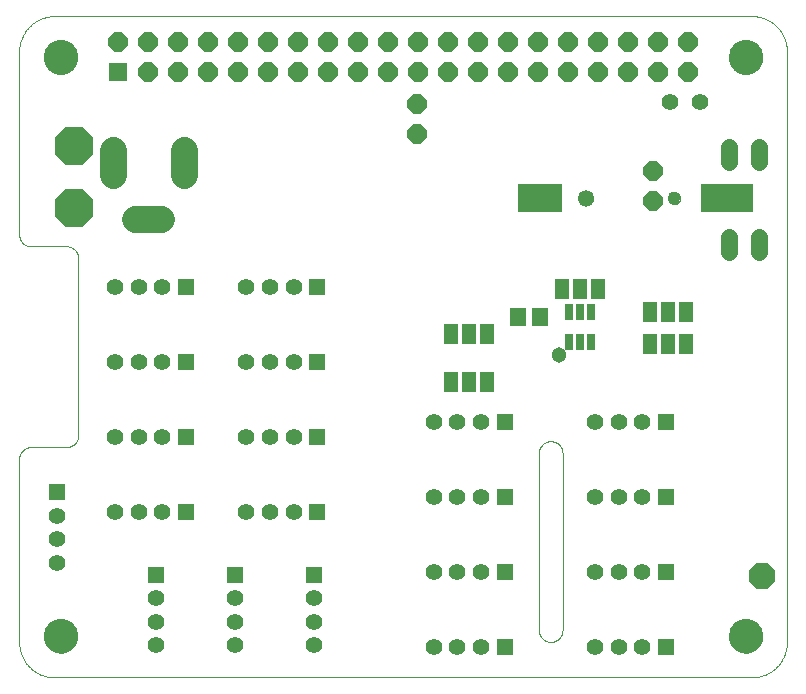
<source format=gbs>
G75*
%MOIN*%
%OFA0B0*%
%FSLAX25Y25*%
%IPPOS*%
%LPD*%
%AMOC8*
5,1,8,0,0,1.08239X$1,22.5*
%
%ADD10C,0.00000*%
%ADD11C,0.11424*%
%ADD12R,0.06400X0.06400*%
%ADD13OC8,0.06400*%
%ADD14C,0.05600*%
%ADD15C,0.09000*%
%ADD16C,0.05600*%
%ADD17OC8,0.08900*%
%ADD18OC8,0.12900*%
%ADD19R,0.05000X0.06700*%
%ADD20R,0.17329X0.09455*%
%ADD21R,0.14809X0.09455*%
%ADD22C,0.04337*%
%ADD23C,0.05321*%
%ADD24R,0.02900X0.05400*%
%ADD25R,0.05518X0.06306*%
%ADD26C,0.05124*%
%ADD27R,0.05550X0.05550*%
%ADD28C,0.05550*%
D10*
X0005500Y0014811D02*
X0005500Y0075835D01*
X0005502Y0075959D01*
X0005508Y0076082D01*
X0005517Y0076206D01*
X0005531Y0076328D01*
X0005548Y0076451D01*
X0005570Y0076573D01*
X0005595Y0076694D01*
X0005624Y0076814D01*
X0005656Y0076933D01*
X0005693Y0077052D01*
X0005733Y0077169D01*
X0005776Y0077284D01*
X0005824Y0077399D01*
X0005875Y0077511D01*
X0005929Y0077622D01*
X0005987Y0077732D01*
X0006048Y0077839D01*
X0006113Y0077945D01*
X0006181Y0078048D01*
X0006252Y0078149D01*
X0006326Y0078248D01*
X0006403Y0078345D01*
X0006484Y0078439D01*
X0006567Y0078530D01*
X0006653Y0078619D01*
X0006742Y0078705D01*
X0006833Y0078788D01*
X0006927Y0078869D01*
X0007024Y0078946D01*
X0007123Y0079020D01*
X0007224Y0079091D01*
X0007327Y0079159D01*
X0007433Y0079224D01*
X0007540Y0079285D01*
X0007650Y0079343D01*
X0007761Y0079397D01*
X0007873Y0079448D01*
X0007988Y0079496D01*
X0008103Y0079539D01*
X0008220Y0079579D01*
X0008339Y0079616D01*
X0008458Y0079648D01*
X0008578Y0079677D01*
X0008699Y0079702D01*
X0008821Y0079724D01*
X0008944Y0079741D01*
X0009066Y0079755D01*
X0009190Y0079764D01*
X0009313Y0079770D01*
X0009437Y0079772D01*
X0021248Y0079772D01*
X0021372Y0079774D01*
X0021495Y0079780D01*
X0021619Y0079789D01*
X0021741Y0079803D01*
X0021864Y0079820D01*
X0021986Y0079842D01*
X0022107Y0079867D01*
X0022227Y0079896D01*
X0022346Y0079928D01*
X0022465Y0079965D01*
X0022582Y0080005D01*
X0022697Y0080048D01*
X0022812Y0080096D01*
X0022924Y0080147D01*
X0023035Y0080201D01*
X0023145Y0080259D01*
X0023252Y0080320D01*
X0023358Y0080385D01*
X0023461Y0080453D01*
X0023562Y0080524D01*
X0023661Y0080598D01*
X0023758Y0080675D01*
X0023852Y0080756D01*
X0023943Y0080839D01*
X0024032Y0080925D01*
X0024118Y0081014D01*
X0024201Y0081105D01*
X0024282Y0081199D01*
X0024359Y0081296D01*
X0024433Y0081395D01*
X0024504Y0081496D01*
X0024572Y0081599D01*
X0024637Y0081705D01*
X0024698Y0081812D01*
X0024756Y0081922D01*
X0024810Y0082033D01*
X0024861Y0082145D01*
X0024909Y0082260D01*
X0024952Y0082375D01*
X0024992Y0082492D01*
X0025029Y0082611D01*
X0025061Y0082730D01*
X0025090Y0082850D01*
X0025115Y0082971D01*
X0025137Y0083093D01*
X0025154Y0083216D01*
X0025168Y0083338D01*
X0025177Y0083462D01*
X0025183Y0083585D01*
X0025185Y0083709D01*
X0025185Y0142764D01*
X0025183Y0142888D01*
X0025177Y0143011D01*
X0025168Y0143135D01*
X0025154Y0143257D01*
X0025137Y0143380D01*
X0025115Y0143502D01*
X0025090Y0143623D01*
X0025061Y0143743D01*
X0025029Y0143862D01*
X0024992Y0143981D01*
X0024952Y0144098D01*
X0024909Y0144213D01*
X0024861Y0144328D01*
X0024810Y0144440D01*
X0024756Y0144551D01*
X0024698Y0144661D01*
X0024637Y0144768D01*
X0024572Y0144874D01*
X0024504Y0144977D01*
X0024433Y0145078D01*
X0024359Y0145177D01*
X0024282Y0145274D01*
X0024201Y0145368D01*
X0024118Y0145459D01*
X0024032Y0145548D01*
X0023943Y0145634D01*
X0023852Y0145717D01*
X0023758Y0145798D01*
X0023661Y0145875D01*
X0023562Y0145949D01*
X0023461Y0146020D01*
X0023358Y0146088D01*
X0023252Y0146153D01*
X0023145Y0146214D01*
X0023035Y0146272D01*
X0022924Y0146326D01*
X0022812Y0146377D01*
X0022697Y0146425D01*
X0022582Y0146468D01*
X0022465Y0146508D01*
X0022346Y0146545D01*
X0022227Y0146577D01*
X0022107Y0146606D01*
X0021986Y0146631D01*
X0021864Y0146653D01*
X0021741Y0146670D01*
X0021619Y0146684D01*
X0021495Y0146693D01*
X0021372Y0146699D01*
X0021248Y0146701D01*
X0009437Y0146701D01*
X0009313Y0146703D01*
X0009190Y0146709D01*
X0009066Y0146718D01*
X0008944Y0146732D01*
X0008821Y0146749D01*
X0008699Y0146771D01*
X0008578Y0146796D01*
X0008458Y0146825D01*
X0008339Y0146857D01*
X0008220Y0146894D01*
X0008103Y0146934D01*
X0007988Y0146977D01*
X0007873Y0147025D01*
X0007761Y0147076D01*
X0007650Y0147130D01*
X0007540Y0147188D01*
X0007433Y0147249D01*
X0007327Y0147314D01*
X0007224Y0147382D01*
X0007123Y0147453D01*
X0007024Y0147527D01*
X0006927Y0147604D01*
X0006833Y0147685D01*
X0006742Y0147768D01*
X0006653Y0147854D01*
X0006567Y0147943D01*
X0006484Y0148034D01*
X0006403Y0148128D01*
X0006326Y0148225D01*
X0006252Y0148324D01*
X0006181Y0148425D01*
X0006113Y0148528D01*
X0006048Y0148634D01*
X0005987Y0148741D01*
X0005929Y0148851D01*
X0005875Y0148962D01*
X0005824Y0149074D01*
X0005776Y0149189D01*
X0005733Y0149304D01*
X0005693Y0149421D01*
X0005656Y0149540D01*
X0005624Y0149659D01*
X0005595Y0149779D01*
X0005570Y0149900D01*
X0005548Y0150022D01*
X0005531Y0150145D01*
X0005517Y0150267D01*
X0005508Y0150391D01*
X0005502Y0150514D01*
X0005500Y0150638D01*
X0005500Y0211661D01*
X0005503Y0211946D01*
X0005514Y0212232D01*
X0005531Y0212517D01*
X0005555Y0212801D01*
X0005586Y0213085D01*
X0005624Y0213368D01*
X0005669Y0213649D01*
X0005720Y0213930D01*
X0005778Y0214210D01*
X0005843Y0214488D01*
X0005915Y0214764D01*
X0005993Y0215038D01*
X0006078Y0215311D01*
X0006170Y0215581D01*
X0006268Y0215849D01*
X0006372Y0216115D01*
X0006483Y0216378D01*
X0006600Y0216638D01*
X0006723Y0216896D01*
X0006853Y0217150D01*
X0006989Y0217401D01*
X0007130Y0217649D01*
X0007278Y0217893D01*
X0007431Y0218134D01*
X0007591Y0218370D01*
X0007756Y0218603D01*
X0007926Y0218832D01*
X0008102Y0219057D01*
X0008284Y0219277D01*
X0008470Y0219493D01*
X0008662Y0219704D01*
X0008859Y0219911D01*
X0009061Y0220113D01*
X0009268Y0220310D01*
X0009479Y0220502D01*
X0009695Y0220688D01*
X0009915Y0220870D01*
X0010140Y0221046D01*
X0010369Y0221216D01*
X0010602Y0221381D01*
X0010838Y0221541D01*
X0011079Y0221694D01*
X0011323Y0221842D01*
X0011571Y0221983D01*
X0011822Y0222119D01*
X0012076Y0222249D01*
X0012334Y0222372D01*
X0012594Y0222489D01*
X0012857Y0222600D01*
X0013123Y0222704D01*
X0013391Y0222802D01*
X0013661Y0222894D01*
X0013934Y0222979D01*
X0014208Y0223057D01*
X0014484Y0223129D01*
X0014762Y0223194D01*
X0015042Y0223252D01*
X0015323Y0223303D01*
X0015604Y0223348D01*
X0015887Y0223386D01*
X0016171Y0223417D01*
X0016455Y0223441D01*
X0016740Y0223458D01*
X0017026Y0223469D01*
X0017311Y0223472D01*
X0249594Y0223472D01*
X0249879Y0223469D01*
X0250165Y0223458D01*
X0250450Y0223441D01*
X0250734Y0223417D01*
X0251018Y0223386D01*
X0251301Y0223348D01*
X0251582Y0223303D01*
X0251863Y0223252D01*
X0252143Y0223194D01*
X0252421Y0223129D01*
X0252697Y0223057D01*
X0252971Y0222979D01*
X0253244Y0222894D01*
X0253514Y0222802D01*
X0253782Y0222704D01*
X0254048Y0222600D01*
X0254311Y0222489D01*
X0254571Y0222372D01*
X0254829Y0222249D01*
X0255083Y0222119D01*
X0255334Y0221983D01*
X0255582Y0221842D01*
X0255826Y0221694D01*
X0256067Y0221541D01*
X0256303Y0221381D01*
X0256536Y0221216D01*
X0256765Y0221046D01*
X0256990Y0220870D01*
X0257210Y0220688D01*
X0257426Y0220502D01*
X0257637Y0220310D01*
X0257844Y0220113D01*
X0258046Y0219911D01*
X0258243Y0219704D01*
X0258435Y0219493D01*
X0258621Y0219277D01*
X0258803Y0219057D01*
X0258979Y0218832D01*
X0259149Y0218603D01*
X0259314Y0218370D01*
X0259474Y0218134D01*
X0259627Y0217893D01*
X0259775Y0217649D01*
X0259916Y0217401D01*
X0260052Y0217150D01*
X0260182Y0216896D01*
X0260305Y0216638D01*
X0260422Y0216378D01*
X0260533Y0216115D01*
X0260637Y0215849D01*
X0260735Y0215581D01*
X0260827Y0215311D01*
X0260912Y0215038D01*
X0260990Y0214764D01*
X0261062Y0214488D01*
X0261127Y0214210D01*
X0261185Y0213930D01*
X0261236Y0213649D01*
X0261281Y0213368D01*
X0261319Y0213085D01*
X0261350Y0212801D01*
X0261374Y0212517D01*
X0261391Y0212232D01*
X0261402Y0211946D01*
X0261405Y0211661D01*
X0261406Y0211661D02*
X0261406Y0014811D01*
X0261405Y0014811D02*
X0261402Y0014526D01*
X0261391Y0014240D01*
X0261374Y0013955D01*
X0261350Y0013671D01*
X0261319Y0013387D01*
X0261281Y0013104D01*
X0261236Y0012823D01*
X0261185Y0012542D01*
X0261127Y0012262D01*
X0261062Y0011984D01*
X0260990Y0011708D01*
X0260912Y0011434D01*
X0260827Y0011161D01*
X0260735Y0010891D01*
X0260637Y0010623D01*
X0260533Y0010357D01*
X0260422Y0010094D01*
X0260305Y0009834D01*
X0260182Y0009576D01*
X0260052Y0009322D01*
X0259916Y0009071D01*
X0259775Y0008823D01*
X0259627Y0008579D01*
X0259474Y0008338D01*
X0259314Y0008102D01*
X0259149Y0007869D01*
X0258979Y0007640D01*
X0258803Y0007415D01*
X0258621Y0007195D01*
X0258435Y0006979D01*
X0258243Y0006768D01*
X0258046Y0006561D01*
X0257844Y0006359D01*
X0257637Y0006162D01*
X0257426Y0005970D01*
X0257210Y0005784D01*
X0256990Y0005602D01*
X0256765Y0005426D01*
X0256536Y0005256D01*
X0256303Y0005091D01*
X0256067Y0004931D01*
X0255826Y0004778D01*
X0255582Y0004630D01*
X0255334Y0004489D01*
X0255083Y0004353D01*
X0254829Y0004223D01*
X0254571Y0004100D01*
X0254311Y0003983D01*
X0254048Y0003872D01*
X0253782Y0003768D01*
X0253514Y0003670D01*
X0253244Y0003578D01*
X0252971Y0003493D01*
X0252697Y0003415D01*
X0252421Y0003343D01*
X0252143Y0003278D01*
X0251863Y0003220D01*
X0251582Y0003169D01*
X0251301Y0003124D01*
X0251018Y0003086D01*
X0250734Y0003055D01*
X0250450Y0003031D01*
X0250165Y0003014D01*
X0249879Y0003003D01*
X0249594Y0003000D01*
X0017311Y0003000D01*
X0017026Y0003003D01*
X0016740Y0003014D01*
X0016455Y0003031D01*
X0016171Y0003055D01*
X0015887Y0003086D01*
X0015604Y0003124D01*
X0015323Y0003169D01*
X0015042Y0003220D01*
X0014762Y0003278D01*
X0014484Y0003343D01*
X0014208Y0003415D01*
X0013934Y0003493D01*
X0013661Y0003578D01*
X0013391Y0003670D01*
X0013123Y0003768D01*
X0012857Y0003872D01*
X0012594Y0003983D01*
X0012334Y0004100D01*
X0012076Y0004223D01*
X0011822Y0004353D01*
X0011571Y0004489D01*
X0011323Y0004630D01*
X0011079Y0004778D01*
X0010838Y0004931D01*
X0010602Y0005091D01*
X0010369Y0005256D01*
X0010140Y0005426D01*
X0009915Y0005602D01*
X0009695Y0005784D01*
X0009479Y0005970D01*
X0009268Y0006162D01*
X0009061Y0006359D01*
X0008859Y0006561D01*
X0008662Y0006768D01*
X0008470Y0006979D01*
X0008284Y0007195D01*
X0008102Y0007415D01*
X0007926Y0007640D01*
X0007756Y0007869D01*
X0007591Y0008102D01*
X0007431Y0008338D01*
X0007278Y0008579D01*
X0007130Y0008823D01*
X0006989Y0009071D01*
X0006853Y0009322D01*
X0006723Y0009576D01*
X0006600Y0009834D01*
X0006483Y0010094D01*
X0006372Y0010357D01*
X0006268Y0010623D01*
X0006170Y0010891D01*
X0006078Y0011161D01*
X0005993Y0011434D01*
X0005915Y0011708D01*
X0005843Y0011984D01*
X0005778Y0012262D01*
X0005720Y0012542D01*
X0005669Y0012823D01*
X0005624Y0013104D01*
X0005586Y0013387D01*
X0005555Y0013671D01*
X0005531Y0013955D01*
X0005514Y0014240D01*
X0005503Y0014526D01*
X0005500Y0014811D01*
X0013768Y0016780D02*
X0013770Y0016928D01*
X0013776Y0017076D01*
X0013786Y0017224D01*
X0013800Y0017371D01*
X0013818Y0017518D01*
X0013839Y0017664D01*
X0013865Y0017810D01*
X0013895Y0017955D01*
X0013928Y0018099D01*
X0013966Y0018242D01*
X0014007Y0018384D01*
X0014052Y0018525D01*
X0014100Y0018665D01*
X0014153Y0018804D01*
X0014209Y0018941D01*
X0014269Y0019076D01*
X0014332Y0019210D01*
X0014399Y0019342D01*
X0014470Y0019472D01*
X0014544Y0019600D01*
X0014621Y0019726D01*
X0014702Y0019850D01*
X0014786Y0019972D01*
X0014873Y0020091D01*
X0014964Y0020208D01*
X0015058Y0020323D01*
X0015154Y0020435D01*
X0015254Y0020545D01*
X0015356Y0020651D01*
X0015462Y0020755D01*
X0015570Y0020856D01*
X0015681Y0020954D01*
X0015794Y0021050D01*
X0015910Y0021142D01*
X0016028Y0021231D01*
X0016149Y0021316D01*
X0016272Y0021399D01*
X0016397Y0021478D01*
X0016524Y0021554D01*
X0016653Y0021626D01*
X0016784Y0021695D01*
X0016917Y0021760D01*
X0017052Y0021821D01*
X0017188Y0021879D01*
X0017325Y0021934D01*
X0017464Y0021984D01*
X0017605Y0022031D01*
X0017746Y0022074D01*
X0017889Y0022114D01*
X0018033Y0022149D01*
X0018177Y0022181D01*
X0018323Y0022208D01*
X0018469Y0022232D01*
X0018616Y0022252D01*
X0018763Y0022268D01*
X0018910Y0022280D01*
X0019058Y0022288D01*
X0019206Y0022292D01*
X0019354Y0022292D01*
X0019502Y0022288D01*
X0019650Y0022280D01*
X0019797Y0022268D01*
X0019944Y0022252D01*
X0020091Y0022232D01*
X0020237Y0022208D01*
X0020383Y0022181D01*
X0020527Y0022149D01*
X0020671Y0022114D01*
X0020814Y0022074D01*
X0020955Y0022031D01*
X0021096Y0021984D01*
X0021235Y0021934D01*
X0021372Y0021879D01*
X0021508Y0021821D01*
X0021643Y0021760D01*
X0021776Y0021695D01*
X0021907Y0021626D01*
X0022036Y0021554D01*
X0022163Y0021478D01*
X0022288Y0021399D01*
X0022411Y0021316D01*
X0022532Y0021231D01*
X0022650Y0021142D01*
X0022766Y0021050D01*
X0022879Y0020954D01*
X0022990Y0020856D01*
X0023098Y0020755D01*
X0023204Y0020651D01*
X0023306Y0020545D01*
X0023406Y0020435D01*
X0023502Y0020323D01*
X0023596Y0020208D01*
X0023687Y0020091D01*
X0023774Y0019972D01*
X0023858Y0019850D01*
X0023939Y0019726D01*
X0024016Y0019600D01*
X0024090Y0019472D01*
X0024161Y0019342D01*
X0024228Y0019210D01*
X0024291Y0019076D01*
X0024351Y0018941D01*
X0024407Y0018804D01*
X0024460Y0018665D01*
X0024508Y0018525D01*
X0024553Y0018384D01*
X0024594Y0018242D01*
X0024632Y0018099D01*
X0024665Y0017955D01*
X0024695Y0017810D01*
X0024721Y0017664D01*
X0024742Y0017518D01*
X0024760Y0017371D01*
X0024774Y0017224D01*
X0024784Y0017076D01*
X0024790Y0016928D01*
X0024792Y0016780D01*
X0024790Y0016632D01*
X0024784Y0016484D01*
X0024774Y0016336D01*
X0024760Y0016189D01*
X0024742Y0016042D01*
X0024721Y0015896D01*
X0024695Y0015750D01*
X0024665Y0015605D01*
X0024632Y0015461D01*
X0024594Y0015318D01*
X0024553Y0015176D01*
X0024508Y0015035D01*
X0024460Y0014895D01*
X0024407Y0014756D01*
X0024351Y0014619D01*
X0024291Y0014484D01*
X0024228Y0014350D01*
X0024161Y0014218D01*
X0024090Y0014088D01*
X0024016Y0013960D01*
X0023939Y0013834D01*
X0023858Y0013710D01*
X0023774Y0013588D01*
X0023687Y0013469D01*
X0023596Y0013352D01*
X0023502Y0013237D01*
X0023406Y0013125D01*
X0023306Y0013015D01*
X0023204Y0012909D01*
X0023098Y0012805D01*
X0022990Y0012704D01*
X0022879Y0012606D01*
X0022766Y0012510D01*
X0022650Y0012418D01*
X0022532Y0012329D01*
X0022411Y0012244D01*
X0022288Y0012161D01*
X0022163Y0012082D01*
X0022036Y0012006D01*
X0021907Y0011934D01*
X0021776Y0011865D01*
X0021643Y0011800D01*
X0021508Y0011739D01*
X0021372Y0011681D01*
X0021235Y0011626D01*
X0021096Y0011576D01*
X0020955Y0011529D01*
X0020814Y0011486D01*
X0020671Y0011446D01*
X0020527Y0011411D01*
X0020383Y0011379D01*
X0020237Y0011352D01*
X0020091Y0011328D01*
X0019944Y0011308D01*
X0019797Y0011292D01*
X0019650Y0011280D01*
X0019502Y0011272D01*
X0019354Y0011268D01*
X0019206Y0011268D01*
X0019058Y0011272D01*
X0018910Y0011280D01*
X0018763Y0011292D01*
X0018616Y0011308D01*
X0018469Y0011328D01*
X0018323Y0011352D01*
X0018177Y0011379D01*
X0018033Y0011411D01*
X0017889Y0011446D01*
X0017746Y0011486D01*
X0017605Y0011529D01*
X0017464Y0011576D01*
X0017325Y0011626D01*
X0017188Y0011681D01*
X0017052Y0011739D01*
X0016917Y0011800D01*
X0016784Y0011865D01*
X0016653Y0011934D01*
X0016524Y0012006D01*
X0016397Y0012082D01*
X0016272Y0012161D01*
X0016149Y0012244D01*
X0016028Y0012329D01*
X0015910Y0012418D01*
X0015794Y0012510D01*
X0015681Y0012606D01*
X0015570Y0012704D01*
X0015462Y0012805D01*
X0015356Y0012909D01*
X0015254Y0013015D01*
X0015154Y0013125D01*
X0015058Y0013237D01*
X0014964Y0013352D01*
X0014873Y0013469D01*
X0014786Y0013588D01*
X0014702Y0013710D01*
X0014621Y0013834D01*
X0014544Y0013960D01*
X0014470Y0014088D01*
X0014399Y0014218D01*
X0014332Y0014350D01*
X0014269Y0014484D01*
X0014209Y0014619D01*
X0014153Y0014756D01*
X0014100Y0014895D01*
X0014052Y0015035D01*
X0014007Y0015176D01*
X0013966Y0015318D01*
X0013928Y0015461D01*
X0013895Y0015605D01*
X0013865Y0015750D01*
X0013839Y0015896D01*
X0013818Y0016042D01*
X0013800Y0016189D01*
X0013786Y0016336D01*
X0013776Y0016484D01*
X0013770Y0016632D01*
X0013768Y0016780D01*
X0178728Y0018787D02*
X0178728Y0077803D01*
X0178730Y0077927D01*
X0178736Y0078050D01*
X0178745Y0078174D01*
X0178759Y0078296D01*
X0178776Y0078419D01*
X0178798Y0078541D01*
X0178823Y0078662D01*
X0178852Y0078782D01*
X0178884Y0078901D01*
X0178921Y0079020D01*
X0178961Y0079137D01*
X0179004Y0079252D01*
X0179052Y0079367D01*
X0179103Y0079479D01*
X0179157Y0079590D01*
X0179215Y0079700D01*
X0179276Y0079807D01*
X0179341Y0079913D01*
X0179409Y0080016D01*
X0179480Y0080117D01*
X0179554Y0080216D01*
X0179631Y0080313D01*
X0179712Y0080407D01*
X0179795Y0080498D01*
X0179881Y0080587D01*
X0179970Y0080673D01*
X0180061Y0080756D01*
X0180155Y0080837D01*
X0180252Y0080914D01*
X0180351Y0080988D01*
X0180452Y0081059D01*
X0180555Y0081127D01*
X0180661Y0081192D01*
X0180768Y0081253D01*
X0180878Y0081311D01*
X0180989Y0081365D01*
X0181101Y0081416D01*
X0181216Y0081464D01*
X0181331Y0081507D01*
X0181448Y0081547D01*
X0181567Y0081584D01*
X0181686Y0081616D01*
X0181806Y0081645D01*
X0181927Y0081670D01*
X0182049Y0081692D01*
X0182172Y0081709D01*
X0182294Y0081723D01*
X0182418Y0081732D01*
X0182541Y0081738D01*
X0182665Y0081740D01*
X0182789Y0081738D01*
X0182912Y0081732D01*
X0183036Y0081723D01*
X0183158Y0081709D01*
X0183281Y0081692D01*
X0183403Y0081670D01*
X0183524Y0081645D01*
X0183644Y0081616D01*
X0183763Y0081584D01*
X0183882Y0081547D01*
X0183999Y0081507D01*
X0184114Y0081464D01*
X0184229Y0081416D01*
X0184341Y0081365D01*
X0184452Y0081311D01*
X0184562Y0081253D01*
X0184669Y0081192D01*
X0184775Y0081127D01*
X0184878Y0081059D01*
X0184979Y0080988D01*
X0185078Y0080914D01*
X0185175Y0080837D01*
X0185269Y0080756D01*
X0185360Y0080673D01*
X0185449Y0080587D01*
X0185535Y0080498D01*
X0185618Y0080407D01*
X0185699Y0080313D01*
X0185776Y0080216D01*
X0185850Y0080117D01*
X0185921Y0080016D01*
X0185989Y0079913D01*
X0186054Y0079807D01*
X0186115Y0079700D01*
X0186173Y0079590D01*
X0186227Y0079479D01*
X0186278Y0079367D01*
X0186326Y0079252D01*
X0186369Y0079137D01*
X0186409Y0079020D01*
X0186446Y0078901D01*
X0186478Y0078782D01*
X0186507Y0078662D01*
X0186532Y0078541D01*
X0186554Y0078419D01*
X0186571Y0078296D01*
X0186585Y0078174D01*
X0186594Y0078050D01*
X0186600Y0077927D01*
X0186602Y0077803D01*
X0186602Y0018787D01*
X0186600Y0018663D01*
X0186594Y0018540D01*
X0186585Y0018416D01*
X0186571Y0018294D01*
X0186554Y0018171D01*
X0186532Y0018049D01*
X0186507Y0017928D01*
X0186478Y0017808D01*
X0186446Y0017689D01*
X0186409Y0017570D01*
X0186369Y0017453D01*
X0186326Y0017338D01*
X0186278Y0017223D01*
X0186227Y0017111D01*
X0186173Y0017000D01*
X0186115Y0016890D01*
X0186054Y0016783D01*
X0185989Y0016677D01*
X0185921Y0016574D01*
X0185850Y0016473D01*
X0185776Y0016374D01*
X0185699Y0016277D01*
X0185618Y0016183D01*
X0185535Y0016092D01*
X0185449Y0016003D01*
X0185360Y0015917D01*
X0185269Y0015834D01*
X0185175Y0015753D01*
X0185078Y0015676D01*
X0184979Y0015602D01*
X0184878Y0015531D01*
X0184775Y0015463D01*
X0184669Y0015398D01*
X0184562Y0015337D01*
X0184452Y0015279D01*
X0184341Y0015225D01*
X0184229Y0015174D01*
X0184114Y0015126D01*
X0183999Y0015083D01*
X0183882Y0015043D01*
X0183763Y0015006D01*
X0183644Y0014974D01*
X0183524Y0014945D01*
X0183403Y0014920D01*
X0183281Y0014898D01*
X0183158Y0014881D01*
X0183036Y0014867D01*
X0182912Y0014858D01*
X0182789Y0014852D01*
X0182665Y0014850D01*
X0182541Y0014852D01*
X0182418Y0014858D01*
X0182294Y0014867D01*
X0182172Y0014881D01*
X0182049Y0014898D01*
X0181927Y0014920D01*
X0181806Y0014945D01*
X0181686Y0014974D01*
X0181567Y0015006D01*
X0181448Y0015043D01*
X0181331Y0015083D01*
X0181216Y0015126D01*
X0181101Y0015174D01*
X0180989Y0015225D01*
X0180878Y0015279D01*
X0180768Y0015337D01*
X0180661Y0015398D01*
X0180555Y0015463D01*
X0180452Y0015531D01*
X0180351Y0015602D01*
X0180252Y0015676D01*
X0180155Y0015753D01*
X0180061Y0015834D01*
X0179970Y0015917D01*
X0179881Y0016003D01*
X0179795Y0016092D01*
X0179712Y0016183D01*
X0179631Y0016277D01*
X0179554Y0016374D01*
X0179480Y0016473D01*
X0179409Y0016574D01*
X0179341Y0016677D01*
X0179276Y0016783D01*
X0179215Y0016890D01*
X0179157Y0017000D01*
X0179103Y0017111D01*
X0179052Y0017223D01*
X0179004Y0017338D01*
X0178961Y0017453D01*
X0178921Y0017570D01*
X0178884Y0017689D01*
X0178852Y0017808D01*
X0178823Y0017928D01*
X0178798Y0018049D01*
X0178776Y0018171D01*
X0178759Y0018294D01*
X0178745Y0018416D01*
X0178736Y0018540D01*
X0178730Y0018663D01*
X0178728Y0018787D01*
X0242114Y0016780D02*
X0242116Y0016928D01*
X0242122Y0017076D01*
X0242132Y0017224D01*
X0242146Y0017371D01*
X0242164Y0017518D01*
X0242185Y0017664D01*
X0242211Y0017810D01*
X0242241Y0017955D01*
X0242274Y0018099D01*
X0242312Y0018242D01*
X0242353Y0018384D01*
X0242398Y0018525D01*
X0242446Y0018665D01*
X0242499Y0018804D01*
X0242555Y0018941D01*
X0242615Y0019076D01*
X0242678Y0019210D01*
X0242745Y0019342D01*
X0242816Y0019472D01*
X0242890Y0019600D01*
X0242967Y0019726D01*
X0243048Y0019850D01*
X0243132Y0019972D01*
X0243219Y0020091D01*
X0243310Y0020208D01*
X0243404Y0020323D01*
X0243500Y0020435D01*
X0243600Y0020545D01*
X0243702Y0020651D01*
X0243808Y0020755D01*
X0243916Y0020856D01*
X0244027Y0020954D01*
X0244140Y0021050D01*
X0244256Y0021142D01*
X0244374Y0021231D01*
X0244495Y0021316D01*
X0244618Y0021399D01*
X0244743Y0021478D01*
X0244870Y0021554D01*
X0244999Y0021626D01*
X0245130Y0021695D01*
X0245263Y0021760D01*
X0245398Y0021821D01*
X0245534Y0021879D01*
X0245671Y0021934D01*
X0245810Y0021984D01*
X0245951Y0022031D01*
X0246092Y0022074D01*
X0246235Y0022114D01*
X0246379Y0022149D01*
X0246523Y0022181D01*
X0246669Y0022208D01*
X0246815Y0022232D01*
X0246962Y0022252D01*
X0247109Y0022268D01*
X0247256Y0022280D01*
X0247404Y0022288D01*
X0247552Y0022292D01*
X0247700Y0022292D01*
X0247848Y0022288D01*
X0247996Y0022280D01*
X0248143Y0022268D01*
X0248290Y0022252D01*
X0248437Y0022232D01*
X0248583Y0022208D01*
X0248729Y0022181D01*
X0248873Y0022149D01*
X0249017Y0022114D01*
X0249160Y0022074D01*
X0249301Y0022031D01*
X0249442Y0021984D01*
X0249581Y0021934D01*
X0249718Y0021879D01*
X0249854Y0021821D01*
X0249989Y0021760D01*
X0250122Y0021695D01*
X0250253Y0021626D01*
X0250382Y0021554D01*
X0250509Y0021478D01*
X0250634Y0021399D01*
X0250757Y0021316D01*
X0250878Y0021231D01*
X0250996Y0021142D01*
X0251112Y0021050D01*
X0251225Y0020954D01*
X0251336Y0020856D01*
X0251444Y0020755D01*
X0251550Y0020651D01*
X0251652Y0020545D01*
X0251752Y0020435D01*
X0251848Y0020323D01*
X0251942Y0020208D01*
X0252033Y0020091D01*
X0252120Y0019972D01*
X0252204Y0019850D01*
X0252285Y0019726D01*
X0252362Y0019600D01*
X0252436Y0019472D01*
X0252507Y0019342D01*
X0252574Y0019210D01*
X0252637Y0019076D01*
X0252697Y0018941D01*
X0252753Y0018804D01*
X0252806Y0018665D01*
X0252854Y0018525D01*
X0252899Y0018384D01*
X0252940Y0018242D01*
X0252978Y0018099D01*
X0253011Y0017955D01*
X0253041Y0017810D01*
X0253067Y0017664D01*
X0253088Y0017518D01*
X0253106Y0017371D01*
X0253120Y0017224D01*
X0253130Y0017076D01*
X0253136Y0016928D01*
X0253138Y0016780D01*
X0253136Y0016632D01*
X0253130Y0016484D01*
X0253120Y0016336D01*
X0253106Y0016189D01*
X0253088Y0016042D01*
X0253067Y0015896D01*
X0253041Y0015750D01*
X0253011Y0015605D01*
X0252978Y0015461D01*
X0252940Y0015318D01*
X0252899Y0015176D01*
X0252854Y0015035D01*
X0252806Y0014895D01*
X0252753Y0014756D01*
X0252697Y0014619D01*
X0252637Y0014484D01*
X0252574Y0014350D01*
X0252507Y0014218D01*
X0252436Y0014088D01*
X0252362Y0013960D01*
X0252285Y0013834D01*
X0252204Y0013710D01*
X0252120Y0013588D01*
X0252033Y0013469D01*
X0251942Y0013352D01*
X0251848Y0013237D01*
X0251752Y0013125D01*
X0251652Y0013015D01*
X0251550Y0012909D01*
X0251444Y0012805D01*
X0251336Y0012704D01*
X0251225Y0012606D01*
X0251112Y0012510D01*
X0250996Y0012418D01*
X0250878Y0012329D01*
X0250757Y0012244D01*
X0250634Y0012161D01*
X0250509Y0012082D01*
X0250382Y0012006D01*
X0250253Y0011934D01*
X0250122Y0011865D01*
X0249989Y0011800D01*
X0249854Y0011739D01*
X0249718Y0011681D01*
X0249581Y0011626D01*
X0249442Y0011576D01*
X0249301Y0011529D01*
X0249160Y0011486D01*
X0249017Y0011446D01*
X0248873Y0011411D01*
X0248729Y0011379D01*
X0248583Y0011352D01*
X0248437Y0011328D01*
X0248290Y0011308D01*
X0248143Y0011292D01*
X0247996Y0011280D01*
X0247848Y0011272D01*
X0247700Y0011268D01*
X0247552Y0011268D01*
X0247404Y0011272D01*
X0247256Y0011280D01*
X0247109Y0011292D01*
X0246962Y0011308D01*
X0246815Y0011328D01*
X0246669Y0011352D01*
X0246523Y0011379D01*
X0246379Y0011411D01*
X0246235Y0011446D01*
X0246092Y0011486D01*
X0245951Y0011529D01*
X0245810Y0011576D01*
X0245671Y0011626D01*
X0245534Y0011681D01*
X0245398Y0011739D01*
X0245263Y0011800D01*
X0245130Y0011865D01*
X0244999Y0011934D01*
X0244870Y0012006D01*
X0244743Y0012082D01*
X0244618Y0012161D01*
X0244495Y0012244D01*
X0244374Y0012329D01*
X0244256Y0012418D01*
X0244140Y0012510D01*
X0244027Y0012606D01*
X0243916Y0012704D01*
X0243808Y0012805D01*
X0243702Y0012909D01*
X0243600Y0013015D01*
X0243500Y0013125D01*
X0243404Y0013237D01*
X0243310Y0013352D01*
X0243219Y0013469D01*
X0243132Y0013588D01*
X0243048Y0013710D01*
X0242967Y0013834D01*
X0242890Y0013960D01*
X0242816Y0014088D01*
X0242745Y0014218D01*
X0242678Y0014350D01*
X0242615Y0014484D01*
X0242555Y0014619D01*
X0242499Y0014756D01*
X0242446Y0014895D01*
X0242398Y0015035D01*
X0242353Y0015176D01*
X0242312Y0015318D01*
X0242274Y0015461D01*
X0242241Y0015605D01*
X0242211Y0015750D01*
X0242185Y0015896D01*
X0242164Y0016042D01*
X0242146Y0016189D01*
X0242132Y0016336D01*
X0242122Y0016484D01*
X0242116Y0016632D01*
X0242114Y0016780D01*
X0221828Y0162754D02*
X0221830Y0162842D01*
X0221836Y0162930D01*
X0221846Y0163018D01*
X0221860Y0163106D01*
X0221877Y0163192D01*
X0221899Y0163278D01*
X0221924Y0163362D01*
X0221954Y0163446D01*
X0221986Y0163528D01*
X0222023Y0163608D01*
X0222063Y0163687D01*
X0222107Y0163764D01*
X0222154Y0163839D01*
X0222204Y0163911D01*
X0222258Y0163982D01*
X0222314Y0164049D01*
X0222374Y0164115D01*
X0222436Y0164177D01*
X0222502Y0164237D01*
X0222569Y0164293D01*
X0222640Y0164347D01*
X0222712Y0164397D01*
X0222787Y0164444D01*
X0222864Y0164488D01*
X0222943Y0164528D01*
X0223023Y0164565D01*
X0223105Y0164597D01*
X0223189Y0164627D01*
X0223273Y0164652D01*
X0223359Y0164674D01*
X0223445Y0164691D01*
X0223533Y0164705D01*
X0223621Y0164715D01*
X0223709Y0164721D01*
X0223797Y0164723D01*
X0223885Y0164721D01*
X0223973Y0164715D01*
X0224061Y0164705D01*
X0224149Y0164691D01*
X0224235Y0164674D01*
X0224321Y0164652D01*
X0224405Y0164627D01*
X0224489Y0164597D01*
X0224571Y0164565D01*
X0224651Y0164528D01*
X0224730Y0164488D01*
X0224807Y0164444D01*
X0224882Y0164397D01*
X0224954Y0164347D01*
X0225025Y0164293D01*
X0225092Y0164237D01*
X0225158Y0164177D01*
X0225220Y0164115D01*
X0225280Y0164049D01*
X0225336Y0163982D01*
X0225390Y0163911D01*
X0225440Y0163839D01*
X0225487Y0163764D01*
X0225531Y0163687D01*
X0225571Y0163608D01*
X0225608Y0163528D01*
X0225640Y0163446D01*
X0225670Y0163362D01*
X0225695Y0163278D01*
X0225717Y0163192D01*
X0225734Y0163106D01*
X0225748Y0163018D01*
X0225758Y0162930D01*
X0225764Y0162842D01*
X0225766Y0162754D01*
X0225764Y0162666D01*
X0225758Y0162578D01*
X0225748Y0162490D01*
X0225734Y0162402D01*
X0225717Y0162316D01*
X0225695Y0162230D01*
X0225670Y0162146D01*
X0225640Y0162062D01*
X0225608Y0161980D01*
X0225571Y0161900D01*
X0225531Y0161821D01*
X0225487Y0161744D01*
X0225440Y0161669D01*
X0225390Y0161597D01*
X0225336Y0161526D01*
X0225280Y0161459D01*
X0225220Y0161393D01*
X0225158Y0161331D01*
X0225092Y0161271D01*
X0225025Y0161215D01*
X0224954Y0161161D01*
X0224882Y0161111D01*
X0224807Y0161064D01*
X0224730Y0161020D01*
X0224651Y0160980D01*
X0224571Y0160943D01*
X0224489Y0160911D01*
X0224405Y0160881D01*
X0224321Y0160856D01*
X0224235Y0160834D01*
X0224149Y0160817D01*
X0224061Y0160803D01*
X0223973Y0160793D01*
X0223885Y0160787D01*
X0223797Y0160785D01*
X0223709Y0160787D01*
X0223621Y0160793D01*
X0223533Y0160803D01*
X0223445Y0160817D01*
X0223359Y0160834D01*
X0223273Y0160856D01*
X0223189Y0160881D01*
X0223105Y0160911D01*
X0223023Y0160943D01*
X0222943Y0160980D01*
X0222864Y0161020D01*
X0222787Y0161064D01*
X0222712Y0161111D01*
X0222640Y0161161D01*
X0222569Y0161215D01*
X0222502Y0161271D01*
X0222436Y0161331D01*
X0222374Y0161393D01*
X0222314Y0161459D01*
X0222258Y0161526D01*
X0222204Y0161597D01*
X0222154Y0161669D01*
X0222107Y0161744D01*
X0222063Y0161821D01*
X0222023Y0161900D01*
X0221986Y0161980D01*
X0221954Y0162062D01*
X0221924Y0162146D01*
X0221899Y0162230D01*
X0221877Y0162316D01*
X0221860Y0162402D01*
X0221846Y0162490D01*
X0221836Y0162578D01*
X0221830Y0162666D01*
X0221828Y0162754D01*
X0191809Y0162754D02*
X0191811Y0162853D01*
X0191817Y0162952D01*
X0191827Y0163051D01*
X0191841Y0163149D01*
X0191859Y0163246D01*
X0191881Y0163343D01*
X0191906Y0163439D01*
X0191936Y0163533D01*
X0191969Y0163627D01*
X0192006Y0163719D01*
X0192047Y0163809D01*
X0192091Y0163898D01*
X0192139Y0163984D01*
X0192190Y0164069D01*
X0192245Y0164152D01*
X0192303Y0164232D01*
X0192364Y0164310D01*
X0192428Y0164386D01*
X0192495Y0164459D01*
X0192565Y0164529D01*
X0192638Y0164596D01*
X0192714Y0164660D01*
X0192792Y0164721D01*
X0192872Y0164779D01*
X0192955Y0164834D01*
X0193039Y0164885D01*
X0193126Y0164933D01*
X0193215Y0164977D01*
X0193305Y0165018D01*
X0193397Y0165055D01*
X0193491Y0165088D01*
X0193585Y0165118D01*
X0193681Y0165143D01*
X0193778Y0165165D01*
X0193875Y0165183D01*
X0193973Y0165197D01*
X0194072Y0165207D01*
X0194171Y0165213D01*
X0194270Y0165215D01*
X0194369Y0165213D01*
X0194468Y0165207D01*
X0194567Y0165197D01*
X0194665Y0165183D01*
X0194762Y0165165D01*
X0194859Y0165143D01*
X0194955Y0165118D01*
X0195049Y0165088D01*
X0195143Y0165055D01*
X0195235Y0165018D01*
X0195325Y0164977D01*
X0195414Y0164933D01*
X0195500Y0164885D01*
X0195585Y0164834D01*
X0195668Y0164779D01*
X0195748Y0164721D01*
X0195826Y0164660D01*
X0195902Y0164596D01*
X0195975Y0164529D01*
X0196045Y0164459D01*
X0196112Y0164386D01*
X0196176Y0164310D01*
X0196237Y0164232D01*
X0196295Y0164152D01*
X0196350Y0164069D01*
X0196401Y0163985D01*
X0196449Y0163898D01*
X0196493Y0163809D01*
X0196534Y0163719D01*
X0196571Y0163627D01*
X0196604Y0163533D01*
X0196634Y0163439D01*
X0196659Y0163343D01*
X0196681Y0163246D01*
X0196699Y0163149D01*
X0196713Y0163051D01*
X0196723Y0162952D01*
X0196729Y0162853D01*
X0196731Y0162754D01*
X0196729Y0162655D01*
X0196723Y0162556D01*
X0196713Y0162457D01*
X0196699Y0162359D01*
X0196681Y0162262D01*
X0196659Y0162165D01*
X0196634Y0162069D01*
X0196604Y0161975D01*
X0196571Y0161881D01*
X0196534Y0161789D01*
X0196493Y0161699D01*
X0196449Y0161610D01*
X0196401Y0161524D01*
X0196350Y0161439D01*
X0196295Y0161356D01*
X0196237Y0161276D01*
X0196176Y0161198D01*
X0196112Y0161122D01*
X0196045Y0161049D01*
X0195975Y0160979D01*
X0195902Y0160912D01*
X0195826Y0160848D01*
X0195748Y0160787D01*
X0195668Y0160729D01*
X0195585Y0160674D01*
X0195501Y0160623D01*
X0195414Y0160575D01*
X0195325Y0160531D01*
X0195235Y0160490D01*
X0195143Y0160453D01*
X0195049Y0160420D01*
X0194955Y0160390D01*
X0194859Y0160365D01*
X0194762Y0160343D01*
X0194665Y0160325D01*
X0194567Y0160311D01*
X0194468Y0160301D01*
X0194369Y0160295D01*
X0194270Y0160293D01*
X0194171Y0160295D01*
X0194072Y0160301D01*
X0193973Y0160311D01*
X0193875Y0160325D01*
X0193778Y0160343D01*
X0193681Y0160365D01*
X0193585Y0160390D01*
X0193491Y0160420D01*
X0193397Y0160453D01*
X0193305Y0160490D01*
X0193215Y0160531D01*
X0193126Y0160575D01*
X0193040Y0160623D01*
X0192955Y0160674D01*
X0192872Y0160729D01*
X0192792Y0160787D01*
X0192714Y0160848D01*
X0192638Y0160912D01*
X0192565Y0160979D01*
X0192495Y0161049D01*
X0192428Y0161122D01*
X0192364Y0161198D01*
X0192303Y0161276D01*
X0192245Y0161356D01*
X0192190Y0161439D01*
X0192139Y0161523D01*
X0192091Y0161610D01*
X0192047Y0161699D01*
X0192006Y0161789D01*
X0191969Y0161881D01*
X0191936Y0161975D01*
X0191906Y0162069D01*
X0191881Y0162165D01*
X0191859Y0162262D01*
X0191841Y0162359D01*
X0191827Y0162457D01*
X0191817Y0162556D01*
X0191811Y0162655D01*
X0191809Y0162754D01*
X0242114Y0209693D02*
X0242116Y0209841D01*
X0242122Y0209989D01*
X0242132Y0210137D01*
X0242146Y0210284D01*
X0242164Y0210431D01*
X0242185Y0210577D01*
X0242211Y0210723D01*
X0242241Y0210868D01*
X0242274Y0211012D01*
X0242312Y0211155D01*
X0242353Y0211297D01*
X0242398Y0211438D01*
X0242446Y0211578D01*
X0242499Y0211717D01*
X0242555Y0211854D01*
X0242615Y0211989D01*
X0242678Y0212123D01*
X0242745Y0212255D01*
X0242816Y0212385D01*
X0242890Y0212513D01*
X0242967Y0212639D01*
X0243048Y0212763D01*
X0243132Y0212885D01*
X0243219Y0213004D01*
X0243310Y0213121D01*
X0243404Y0213236D01*
X0243500Y0213348D01*
X0243600Y0213458D01*
X0243702Y0213564D01*
X0243808Y0213668D01*
X0243916Y0213769D01*
X0244027Y0213867D01*
X0244140Y0213963D01*
X0244256Y0214055D01*
X0244374Y0214144D01*
X0244495Y0214229D01*
X0244618Y0214312D01*
X0244743Y0214391D01*
X0244870Y0214467D01*
X0244999Y0214539D01*
X0245130Y0214608D01*
X0245263Y0214673D01*
X0245398Y0214734D01*
X0245534Y0214792D01*
X0245671Y0214847D01*
X0245810Y0214897D01*
X0245951Y0214944D01*
X0246092Y0214987D01*
X0246235Y0215027D01*
X0246379Y0215062D01*
X0246523Y0215094D01*
X0246669Y0215121D01*
X0246815Y0215145D01*
X0246962Y0215165D01*
X0247109Y0215181D01*
X0247256Y0215193D01*
X0247404Y0215201D01*
X0247552Y0215205D01*
X0247700Y0215205D01*
X0247848Y0215201D01*
X0247996Y0215193D01*
X0248143Y0215181D01*
X0248290Y0215165D01*
X0248437Y0215145D01*
X0248583Y0215121D01*
X0248729Y0215094D01*
X0248873Y0215062D01*
X0249017Y0215027D01*
X0249160Y0214987D01*
X0249301Y0214944D01*
X0249442Y0214897D01*
X0249581Y0214847D01*
X0249718Y0214792D01*
X0249854Y0214734D01*
X0249989Y0214673D01*
X0250122Y0214608D01*
X0250253Y0214539D01*
X0250382Y0214467D01*
X0250509Y0214391D01*
X0250634Y0214312D01*
X0250757Y0214229D01*
X0250878Y0214144D01*
X0250996Y0214055D01*
X0251112Y0213963D01*
X0251225Y0213867D01*
X0251336Y0213769D01*
X0251444Y0213668D01*
X0251550Y0213564D01*
X0251652Y0213458D01*
X0251752Y0213348D01*
X0251848Y0213236D01*
X0251942Y0213121D01*
X0252033Y0213004D01*
X0252120Y0212885D01*
X0252204Y0212763D01*
X0252285Y0212639D01*
X0252362Y0212513D01*
X0252436Y0212385D01*
X0252507Y0212255D01*
X0252574Y0212123D01*
X0252637Y0211989D01*
X0252697Y0211854D01*
X0252753Y0211717D01*
X0252806Y0211578D01*
X0252854Y0211438D01*
X0252899Y0211297D01*
X0252940Y0211155D01*
X0252978Y0211012D01*
X0253011Y0210868D01*
X0253041Y0210723D01*
X0253067Y0210577D01*
X0253088Y0210431D01*
X0253106Y0210284D01*
X0253120Y0210137D01*
X0253130Y0209989D01*
X0253136Y0209841D01*
X0253138Y0209693D01*
X0253136Y0209545D01*
X0253130Y0209397D01*
X0253120Y0209249D01*
X0253106Y0209102D01*
X0253088Y0208955D01*
X0253067Y0208809D01*
X0253041Y0208663D01*
X0253011Y0208518D01*
X0252978Y0208374D01*
X0252940Y0208231D01*
X0252899Y0208089D01*
X0252854Y0207948D01*
X0252806Y0207808D01*
X0252753Y0207669D01*
X0252697Y0207532D01*
X0252637Y0207397D01*
X0252574Y0207263D01*
X0252507Y0207131D01*
X0252436Y0207001D01*
X0252362Y0206873D01*
X0252285Y0206747D01*
X0252204Y0206623D01*
X0252120Y0206501D01*
X0252033Y0206382D01*
X0251942Y0206265D01*
X0251848Y0206150D01*
X0251752Y0206038D01*
X0251652Y0205928D01*
X0251550Y0205822D01*
X0251444Y0205718D01*
X0251336Y0205617D01*
X0251225Y0205519D01*
X0251112Y0205423D01*
X0250996Y0205331D01*
X0250878Y0205242D01*
X0250757Y0205157D01*
X0250634Y0205074D01*
X0250509Y0204995D01*
X0250382Y0204919D01*
X0250253Y0204847D01*
X0250122Y0204778D01*
X0249989Y0204713D01*
X0249854Y0204652D01*
X0249718Y0204594D01*
X0249581Y0204539D01*
X0249442Y0204489D01*
X0249301Y0204442D01*
X0249160Y0204399D01*
X0249017Y0204359D01*
X0248873Y0204324D01*
X0248729Y0204292D01*
X0248583Y0204265D01*
X0248437Y0204241D01*
X0248290Y0204221D01*
X0248143Y0204205D01*
X0247996Y0204193D01*
X0247848Y0204185D01*
X0247700Y0204181D01*
X0247552Y0204181D01*
X0247404Y0204185D01*
X0247256Y0204193D01*
X0247109Y0204205D01*
X0246962Y0204221D01*
X0246815Y0204241D01*
X0246669Y0204265D01*
X0246523Y0204292D01*
X0246379Y0204324D01*
X0246235Y0204359D01*
X0246092Y0204399D01*
X0245951Y0204442D01*
X0245810Y0204489D01*
X0245671Y0204539D01*
X0245534Y0204594D01*
X0245398Y0204652D01*
X0245263Y0204713D01*
X0245130Y0204778D01*
X0244999Y0204847D01*
X0244870Y0204919D01*
X0244743Y0204995D01*
X0244618Y0205074D01*
X0244495Y0205157D01*
X0244374Y0205242D01*
X0244256Y0205331D01*
X0244140Y0205423D01*
X0244027Y0205519D01*
X0243916Y0205617D01*
X0243808Y0205718D01*
X0243702Y0205822D01*
X0243600Y0205928D01*
X0243500Y0206038D01*
X0243404Y0206150D01*
X0243310Y0206265D01*
X0243219Y0206382D01*
X0243132Y0206501D01*
X0243048Y0206623D01*
X0242967Y0206747D01*
X0242890Y0206873D01*
X0242816Y0207001D01*
X0242745Y0207131D01*
X0242678Y0207263D01*
X0242615Y0207397D01*
X0242555Y0207532D01*
X0242499Y0207669D01*
X0242446Y0207808D01*
X0242398Y0207948D01*
X0242353Y0208089D01*
X0242312Y0208231D01*
X0242274Y0208374D01*
X0242241Y0208518D01*
X0242211Y0208663D01*
X0242185Y0208809D01*
X0242164Y0208955D01*
X0242146Y0209102D01*
X0242132Y0209249D01*
X0242122Y0209397D01*
X0242116Y0209545D01*
X0242114Y0209693D01*
X0013768Y0209693D02*
X0013770Y0209841D01*
X0013776Y0209989D01*
X0013786Y0210137D01*
X0013800Y0210284D01*
X0013818Y0210431D01*
X0013839Y0210577D01*
X0013865Y0210723D01*
X0013895Y0210868D01*
X0013928Y0211012D01*
X0013966Y0211155D01*
X0014007Y0211297D01*
X0014052Y0211438D01*
X0014100Y0211578D01*
X0014153Y0211717D01*
X0014209Y0211854D01*
X0014269Y0211989D01*
X0014332Y0212123D01*
X0014399Y0212255D01*
X0014470Y0212385D01*
X0014544Y0212513D01*
X0014621Y0212639D01*
X0014702Y0212763D01*
X0014786Y0212885D01*
X0014873Y0213004D01*
X0014964Y0213121D01*
X0015058Y0213236D01*
X0015154Y0213348D01*
X0015254Y0213458D01*
X0015356Y0213564D01*
X0015462Y0213668D01*
X0015570Y0213769D01*
X0015681Y0213867D01*
X0015794Y0213963D01*
X0015910Y0214055D01*
X0016028Y0214144D01*
X0016149Y0214229D01*
X0016272Y0214312D01*
X0016397Y0214391D01*
X0016524Y0214467D01*
X0016653Y0214539D01*
X0016784Y0214608D01*
X0016917Y0214673D01*
X0017052Y0214734D01*
X0017188Y0214792D01*
X0017325Y0214847D01*
X0017464Y0214897D01*
X0017605Y0214944D01*
X0017746Y0214987D01*
X0017889Y0215027D01*
X0018033Y0215062D01*
X0018177Y0215094D01*
X0018323Y0215121D01*
X0018469Y0215145D01*
X0018616Y0215165D01*
X0018763Y0215181D01*
X0018910Y0215193D01*
X0019058Y0215201D01*
X0019206Y0215205D01*
X0019354Y0215205D01*
X0019502Y0215201D01*
X0019650Y0215193D01*
X0019797Y0215181D01*
X0019944Y0215165D01*
X0020091Y0215145D01*
X0020237Y0215121D01*
X0020383Y0215094D01*
X0020527Y0215062D01*
X0020671Y0215027D01*
X0020814Y0214987D01*
X0020955Y0214944D01*
X0021096Y0214897D01*
X0021235Y0214847D01*
X0021372Y0214792D01*
X0021508Y0214734D01*
X0021643Y0214673D01*
X0021776Y0214608D01*
X0021907Y0214539D01*
X0022036Y0214467D01*
X0022163Y0214391D01*
X0022288Y0214312D01*
X0022411Y0214229D01*
X0022532Y0214144D01*
X0022650Y0214055D01*
X0022766Y0213963D01*
X0022879Y0213867D01*
X0022990Y0213769D01*
X0023098Y0213668D01*
X0023204Y0213564D01*
X0023306Y0213458D01*
X0023406Y0213348D01*
X0023502Y0213236D01*
X0023596Y0213121D01*
X0023687Y0213004D01*
X0023774Y0212885D01*
X0023858Y0212763D01*
X0023939Y0212639D01*
X0024016Y0212513D01*
X0024090Y0212385D01*
X0024161Y0212255D01*
X0024228Y0212123D01*
X0024291Y0211989D01*
X0024351Y0211854D01*
X0024407Y0211717D01*
X0024460Y0211578D01*
X0024508Y0211438D01*
X0024553Y0211297D01*
X0024594Y0211155D01*
X0024632Y0211012D01*
X0024665Y0210868D01*
X0024695Y0210723D01*
X0024721Y0210577D01*
X0024742Y0210431D01*
X0024760Y0210284D01*
X0024774Y0210137D01*
X0024784Y0209989D01*
X0024790Y0209841D01*
X0024792Y0209693D01*
X0024790Y0209545D01*
X0024784Y0209397D01*
X0024774Y0209249D01*
X0024760Y0209102D01*
X0024742Y0208955D01*
X0024721Y0208809D01*
X0024695Y0208663D01*
X0024665Y0208518D01*
X0024632Y0208374D01*
X0024594Y0208231D01*
X0024553Y0208089D01*
X0024508Y0207948D01*
X0024460Y0207808D01*
X0024407Y0207669D01*
X0024351Y0207532D01*
X0024291Y0207397D01*
X0024228Y0207263D01*
X0024161Y0207131D01*
X0024090Y0207001D01*
X0024016Y0206873D01*
X0023939Y0206747D01*
X0023858Y0206623D01*
X0023774Y0206501D01*
X0023687Y0206382D01*
X0023596Y0206265D01*
X0023502Y0206150D01*
X0023406Y0206038D01*
X0023306Y0205928D01*
X0023204Y0205822D01*
X0023098Y0205718D01*
X0022990Y0205617D01*
X0022879Y0205519D01*
X0022766Y0205423D01*
X0022650Y0205331D01*
X0022532Y0205242D01*
X0022411Y0205157D01*
X0022288Y0205074D01*
X0022163Y0204995D01*
X0022036Y0204919D01*
X0021907Y0204847D01*
X0021776Y0204778D01*
X0021643Y0204713D01*
X0021508Y0204652D01*
X0021372Y0204594D01*
X0021235Y0204539D01*
X0021096Y0204489D01*
X0020955Y0204442D01*
X0020814Y0204399D01*
X0020671Y0204359D01*
X0020527Y0204324D01*
X0020383Y0204292D01*
X0020237Y0204265D01*
X0020091Y0204241D01*
X0019944Y0204221D01*
X0019797Y0204205D01*
X0019650Y0204193D01*
X0019502Y0204185D01*
X0019354Y0204181D01*
X0019206Y0204181D01*
X0019058Y0204185D01*
X0018910Y0204193D01*
X0018763Y0204205D01*
X0018616Y0204221D01*
X0018469Y0204241D01*
X0018323Y0204265D01*
X0018177Y0204292D01*
X0018033Y0204324D01*
X0017889Y0204359D01*
X0017746Y0204399D01*
X0017605Y0204442D01*
X0017464Y0204489D01*
X0017325Y0204539D01*
X0017188Y0204594D01*
X0017052Y0204652D01*
X0016917Y0204713D01*
X0016784Y0204778D01*
X0016653Y0204847D01*
X0016524Y0204919D01*
X0016397Y0204995D01*
X0016272Y0205074D01*
X0016149Y0205157D01*
X0016028Y0205242D01*
X0015910Y0205331D01*
X0015794Y0205423D01*
X0015681Y0205519D01*
X0015570Y0205617D01*
X0015462Y0205718D01*
X0015356Y0205822D01*
X0015254Y0205928D01*
X0015154Y0206038D01*
X0015058Y0206150D01*
X0014964Y0206265D01*
X0014873Y0206382D01*
X0014786Y0206501D01*
X0014702Y0206623D01*
X0014621Y0206747D01*
X0014544Y0206873D01*
X0014470Y0207001D01*
X0014399Y0207131D01*
X0014332Y0207263D01*
X0014269Y0207397D01*
X0014209Y0207532D01*
X0014153Y0207669D01*
X0014100Y0207808D01*
X0014052Y0207948D01*
X0014007Y0208089D01*
X0013966Y0208231D01*
X0013928Y0208374D01*
X0013895Y0208518D01*
X0013865Y0208663D01*
X0013839Y0208809D01*
X0013818Y0208955D01*
X0013800Y0209102D01*
X0013786Y0209249D01*
X0013776Y0209397D01*
X0013770Y0209545D01*
X0013768Y0209693D01*
D11*
X0019280Y0209693D03*
X0019280Y0016780D03*
X0247626Y0016780D03*
X0247626Y0209693D03*
D12*
X0038453Y0204693D03*
D13*
X0048453Y0204693D03*
X0058453Y0204693D03*
X0068453Y0204693D03*
X0078453Y0204693D03*
X0088453Y0204693D03*
X0098453Y0204693D03*
X0108453Y0204693D03*
X0118453Y0204693D03*
X0128453Y0204693D03*
X0138453Y0204693D03*
X0148453Y0204693D03*
X0158453Y0204693D03*
X0168453Y0204693D03*
X0178453Y0204693D03*
X0188453Y0204693D03*
X0198453Y0204693D03*
X0208453Y0204693D03*
X0218453Y0204693D03*
X0228453Y0204693D03*
X0228453Y0214693D03*
X0218453Y0214693D03*
X0208453Y0214693D03*
X0198453Y0214693D03*
X0188453Y0214693D03*
X0178453Y0214693D03*
X0168453Y0214693D03*
X0158453Y0214693D03*
X0148453Y0214693D03*
X0138453Y0214693D03*
X0128453Y0214693D03*
X0118453Y0214693D03*
X0108453Y0214693D03*
X0098453Y0214693D03*
X0088453Y0214693D03*
X0078453Y0214693D03*
X0068453Y0214693D03*
X0058453Y0214693D03*
X0048453Y0214693D03*
X0038453Y0214693D03*
X0138000Y0194250D03*
X0138000Y0184250D03*
X0216750Y0171750D03*
X0216750Y0161750D03*
D14*
X0222281Y0194826D03*
X0232281Y0194826D03*
D15*
X0060283Y0178973D02*
X0060283Y0170373D01*
X0052772Y0155776D02*
X0044172Y0155776D01*
X0036661Y0170373D02*
X0036661Y0178973D01*
D16*
X0242035Y0179881D02*
X0242035Y0174681D01*
X0252035Y0174681D02*
X0252035Y0179881D01*
X0252035Y0149881D02*
X0252035Y0144681D01*
X0242035Y0144681D02*
X0242035Y0149881D01*
D17*
X0253000Y0036750D03*
D18*
X0023719Y0159619D03*
X0023846Y0180244D03*
D19*
X0149500Y0117375D03*
X0155500Y0117375D03*
X0161500Y0117375D03*
X0161500Y0101500D03*
X0155500Y0101500D03*
X0149500Y0101500D03*
X0186375Y0132375D03*
X0192375Y0132375D03*
X0198375Y0132375D03*
X0215750Y0124875D03*
X0221750Y0124875D03*
X0227750Y0124875D03*
X0227750Y0114250D03*
X0221750Y0114250D03*
X0215750Y0114250D03*
D20*
X0241553Y0162754D03*
D21*
X0179191Y0162754D03*
D22*
X0223797Y0162754D03*
D23*
X0194270Y0162754D03*
D24*
X0196125Y0124875D03*
X0192375Y0124875D03*
X0188625Y0124875D03*
X0188625Y0114875D03*
X0192375Y0114875D03*
X0196125Y0114875D03*
D25*
X0179240Y0123000D03*
X0171760Y0123000D03*
D26*
X0185500Y0110500D03*
D27*
X0167311Y0088000D03*
X0167311Y0063000D03*
X0167311Y0038000D03*
X0167311Y0013000D03*
X0221061Y0013000D03*
X0221061Y0038000D03*
X0221061Y0063000D03*
X0221061Y0088000D03*
X0104811Y0083000D03*
X0104811Y0058000D03*
X0103625Y0037311D03*
X0077375Y0037311D03*
X0061061Y0058000D03*
X0051125Y0037311D03*
X0018000Y0064811D03*
X0061061Y0083000D03*
X0061061Y0108000D03*
X0061061Y0133000D03*
X0104811Y0133000D03*
X0104811Y0108000D03*
D28*
X0096937Y0108000D03*
X0089063Y0108000D03*
X0081189Y0108000D03*
X0053187Y0108000D03*
X0045313Y0108000D03*
X0037439Y0108000D03*
X0037439Y0083000D03*
X0045313Y0083000D03*
X0053187Y0083000D03*
X0081189Y0083000D03*
X0089063Y0083000D03*
X0096937Y0083000D03*
X0096937Y0058000D03*
X0089063Y0058000D03*
X0081189Y0058000D03*
X0053187Y0058000D03*
X0045313Y0058000D03*
X0037439Y0058000D03*
X0018000Y0056937D03*
X0018000Y0049063D03*
X0018000Y0041189D03*
X0051125Y0029437D03*
X0051125Y0021563D03*
X0051125Y0013689D03*
X0077375Y0013689D03*
X0077375Y0021563D03*
X0077375Y0029437D03*
X0103625Y0029437D03*
X0103625Y0021563D03*
X0103625Y0013689D03*
X0143689Y0013000D03*
X0151563Y0013000D03*
X0159437Y0013000D03*
X0159437Y0038000D03*
X0151563Y0038000D03*
X0143689Y0038000D03*
X0143689Y0063000D03*
X0151563Y0063000D03*
X0159437Y0063000D03*
X0159437Y0088000D03*
X0151563Y0088000D03*
X0143689Y0088000D03*
X0096937Y0133000D03*
X0089063Y0133000D03*
X0081189Y0133000D03*
X0053187Y0133000D03*
X0045313Y0133000D03*
X0037439Y0133000D03*
X0197439Y0088000D03*
X0205313Y0088000D03*
X0213187Y0088000D03*
X0213187Y0063000D03*
X0205313Y0063000D03*
X0197439Y0063000D03*
X0197439Y0038000D03*
X0205313Y0038000D03*
X0213187Y0038000D03*
X0213187Y0013000D03*
X0205313Y0013000D03*
X0197439Y0013000D03*
M02*

</source>
